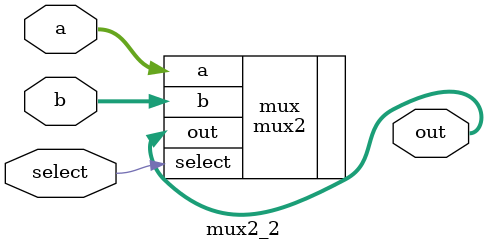
<source format=sv>
`ifndef __MUX2_2_SV__
`define __MUX2_2_SV__


`include "mux2.sv"

module mux2_2(
    input [1:0] a, // Input A
    input [1:0] b, // Input B
    input select, // Select
    output [1:0] out // Output
);

    mux2 #(.DATA_WIDTH(2)) mux(
        .a(a),
        .b(b),
        .select(select),
        .out(out)
    );

endmodule

`endif

</source>
